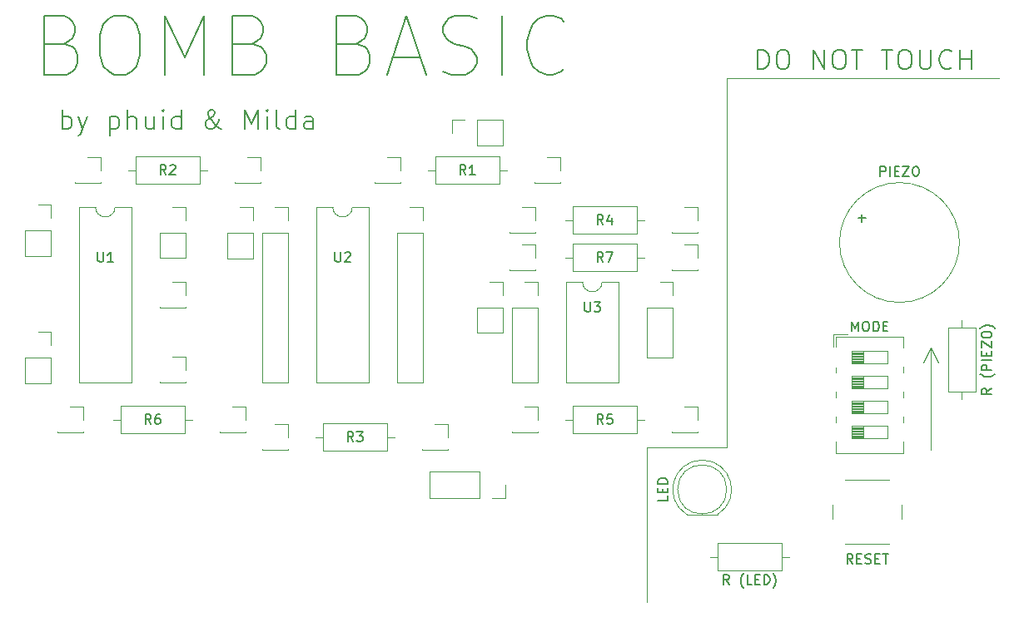
<source format=gbr>
%TF.GenerationSoftware,KiCad,Pcbnew,(6.0.5)*%
%TF.CreationDate,2022-06-20T20:36:39+02:00*%
%TF.ProjectId,bomba-robotabor,626f6d62-612d-4726-9f62-6f7461626f72,rev?*%
%TF.SameCoordinates,Original*%
%TF.FileFunction,Legend,Top*%
%TF.FilePolarity,Positive*%
%FSLAX46Y46*%
G04 Gerber Fmt 4.6, Leading zero omitted, Abs format (unit mm)*
G04 Created by KiCad (PCBNEW (6.0.5)) date 2022-06-20 20:36:39*
%MOMM*%
%LPD*%
G01*
G04 APERTURE LIST*
%ADD10C,0.120000*%
%ADD11C,0.150000*%
G04 APERTURE END LIST*
D10*
X186436000Y-42672000D02*
X186436000Y-80264000D01*
X178308000Y-80264000D02*
X178308000Y-96012000D01*
X207137000Y-70104000D02*
X206375000Y-71628000D01*
X186436000Y-80264000D02*
X178308000Y-80264000D01*
X207137000Y-80518000D02*
X207137000Y-70104000D01*
X207899000Y-71628000D02*
X207137000Y-70104000D01*
X214122000Y-42672000D02*
X186436000Y-42672000D01*
D11*
X189548857Y-41798761D02*
X189548857Y-39798761D01*
X190025047Y-39798761D01*
X190310761Y-39894000D01*
X190501238Y-40084476D01*
X190596476Y-40274952D01*
X190691714Y-40655904D01*
X190691714Y-40941619D01*
X190596476Y-41322571D01*
X190501238Y-41513047D01*
X190310761Y-41703523D01*
X190025047Y-41798761D01*
X189548857Y-41798761D01*
X191929809Y-39798761D02*
X192310761Y-39798761D01*
X192501238Y-39894000D01*
X192691714Y-40084476D01*
X192786952Y-40465428D01*
X192786952Y-41132095D01*
X192691714Y-41513047D01*
X192501238Y-41703523D01*
X192310761Y-41798761D01*
X191929809Y-41798761D01*
X191739333Y-41703523D01*
X191548857Y-41513047D01*
X191453619Y-41132095D01*
X191453619Y-40465428D01*
X191548857Y-40084476D01*
X191739333Y-39894000D01*
X191929809Y-39798761D01*
X195167904Y-41798761D02*
X195167904Y-39798761D01*
X196310761Y-41798761D01*
X196310761Y-39798761D01*
X197644095Y-39798761D02*
X198025047Y-39798761D01*
X198215523Y-39894000D01*
X198406000Y-40084476D01*
X198501238Y-40465428D01*
X198501238Y-41132095D01*
X198406000Y-41513047D01*
X198215523Y-41703523D01*
X198025047Y-41798761D01*
X197644095Y-41798761D01*
X197453619Y-41703523D01*
X197263142Y-41513047D01*
X197167904Y-41132095D01*
X197167904Y-40465428D01*
X197263142Y-40084476D01*
X197453619Y-39894000D01*
X197644095Y-39798761D01*
X199072666Y-39798761D02*
X200215523Y-39798761D01*
X199644095Y-41798761D02*
X199644095Y-39798761D01*
X202120285Y-39798761D02*
X203263142Y-39798761D01*
X202691714Y-41798761D02*
X202691714Y-39798761D01*
X204310761Y-39798761D02*
X204691714Y-39798761D01*
X204882190Y-39894000D01*
X205072666Y-40084476D01*
X205167904Y-40465428D01*
X205167904Y-41132095D01*
X205072666Y-41513047D01*
X204882190Y-41703523D01*
X204691714Y-41798761D01*
X204310761Y-41798761D01*
X204120285Y-41703523D01*
X203929809Y-41513047D01*
X203834571Y-41132095D01*
X203834571Y-40465428D01*
X203929809Y-40084476D01*
X204120285Y-39894000D01*
X204310761Y-39798761D01*
X206025047Y-39798761D02*
X206025047Y-41417809D01*
X206120285Y-41608285D01*
X206215523Y-41703523D01*
X206406000Y-41798761D01*
X206786952Y-41798761D01*
X206977428Y-41703523D01*
X207072666Y-41608285D01*
X207167904Y-41417809D01*
X207167904Y-39798761D01*
X209263142Y-41608285D02*
X209167904Y-41703523D01*
X208882190Y-41798761D01*
X208691714Y-41798761D01*
X208406000Y-41703523D01*
X208215523Y-41513047D01*
X208120285Y-41322571D01*
X208025047Y-40941619D01*
X208025047Y-40655904D01*
X208120285Y-40274952D01*
X208215523Y-40084476D01*
X208406000Y-39894000D01*
X208691714Y-39798761D01*
X208882190Y-39798761D01*
X209167904Y-39894000D01*
X209263142Y-39989238D01*
X210120285Y-41798761D02*
X210120285Y-39798761D01*
X210120285Y-40751142D02*
X211263142Y-40751142D01*
X211263142Y-41798761D02*
X211263142Y-39798761D01*
X118970285Y-39195428D02*
X119827428Y-39481142D01*
X120113142Y-39766857D01*
X120398857Y-40338285D01*
X120398857Y-41195428D01*
X120113142Y-41766857D01*
X119827428Y-42052571D01*
X119256000Y-42338285D01*
X116970285Y-42338285D01*
X116970285Y-36338285D01*
X118970285Y-36338285D01*
X119541714Y-36624000D01*
X119827428Y-36909714D01*
X120113142Y-37481142D01*
X120113142Y-38052571D01*
X119827428Y-38624000D01*
X119541714Y-38909714D01*
X118970285Y-39195428D01*
X116970285Y-39195428D01*
X124113142Y-36338285D02*
X125256000Y-36338285D01*
X125827428Y-36624000D01*
X126398857Y-37195428D01*
X126684571Y-38338285D01*
X126684571Y-40338285D01*
X126398857Y-41481142D01*
X125827428Y-42052571D01*
X125256000Y-42338285D01*
X124113142Y-42338285D01*
X123541714Y-42052571D01*
X122970285Y-41481142D01*
X122684571Y-40338285D01*
X122684571Y-38338285D01*
X122970285Y-37195428D01*
X123541714Y-36624000D01*
X124113142Y-36338285D01*
X129256000Y-42338285D02*
X129256000Y-36338285D01*
X131256000Y-40624000D01*
X133256000Y-36338285D01*
X133256000Y-42338285D01*
X138113142Y-39195428D02*
X138970285Y-39481142D01*
X139256000Y-39766857D01*
X139541714Y-40338285D01*
X139541714Y-41195428D01*
X139256000Y-41766857D01*
X138970285Y-42052571D01*
X138398857Y-42338285D01*
X136113142Y-42338285D01*
X136113142Y-36338285D01*
X138113142Y-36338285D01*
X138684571Y-36624000D01*
X138970285Y-36909714D01*
X139256000Y-37481142D01*
X139256000Y-38052571D01*
X138970285Y-38624000D01*
X138684571Y-38909714D01*
X138113142Y-39195428D01*
X136113142Y-39195428D01*
X148684571Y-39195428D02*
X149541714Y-39481142D01*
X149827428Y-39766857D01*
X150113142Y-40338285D01*
X150113142Y-41195428D01*
X149827428Y-41766857D01*
X149541714Y-42052571D01*
X148970285Y-42338285D01*
X146684571Y-42338285D01*
X146684571Y-36338285D01*
X148684571Y-36338285D01*
X149256000Y-36624000D01*
X149541714Y-36909714D01*
X149827428Y-37481142D01*
X149827428Y-38052571D01*
X149541714Y-38624000D01*
X149256000Y-38909714D01*
X148684571Y-39195428D01*
X146684571Y-39195428D01*
X152398857Y-40624000D02*
X155256000Y-40624000D01*
X151827428Y-42338285D02*
X153827428Y-36338285D01*
X155827428Y-42338285D01*
X157541714Y-42052571D02*
X158398857Y-42338285D01*
X159827428Y-42338285D01*
X160398857Y-42052571D01*
X160684571Y-41766857D01*
X160970285Y-41195428D01*
X160970285Y-40624000D01*
X160684571Y-40052571D01*
X160398857Y-39766857D01*
X159827428Y-39481142D01*
X158684571Y-39195428D01*
X158113142Y-38909714D01*
X157827428Y-38624000D01*
X157541714Y-38052571D01*
X157541714Y-37481142D01*
X157827428Y-36909714D01*
X158113142Y-36624000D01*
X158684571Y-36338285D01*
X160113142Y-36338285D01*
X160970285Y-36624000D01*
X163541714Y-42338285D02*
X163541714Y-36338285D01*
X169827428Y-41766857D02*
X169541714Y-42052571D01*
X168684571Y-42338285D01*
X168113142Y-42338285D01*
X167256000Y-42052571D01*
X166684571Y-41481142D01*
X166398857Y-40909714D01*
X166113142Y-39766857D01*
X166113142Y-38909714D01*
X166398857Y-37766857D01*
X166684571Y-37195428D01*
X167256000Y-36624000D01*
X168113142Y-36338285D01*
X168684571Y-36338285D01*
X169541714Y-36624000D01*
X169827428Y-36909714D01*
X118810095Y-47894761D02*
X118810095Y-45894761D01*
X118810095Y-46656666D02*
X119000571Y-46561428D01*
X119381523Y-46561428D01*
X119572000Y-46656666D01*
X119667238Y-46751904D01*
X119762476Y-46942380D01*
X119762476Y-47513809D01*
X119667238Y-47704285D01*
X119572000Y-47799523D01*
X119381523Y-47894761D01*
X119000571Y-47894761D01*
X118810095Y-47799523D01*
X120429142Y-46561428D02*
X120905333Y-47894761D01*
X121381523Y-46561428D02*
X120905333Y-47894761D01*
X120714857Y-48370952D01*
X120619619Y-48466190D01*
X120429142Y-48561428D01*
X123667238Y-46561428D02*
X123667238Y-48561428D01*
X123667238Y-46656666D02*
X123857714Y-46561428D01*
X124238666Y-46561428D01*
X124429142Y-46656666D01*
X124524380Y-46751904D01*
X124619619Y-46942380D01*
X124619619Y-47513809D01*
X124524380Y-47704285D01*
X124429142Y-47799523D01*
X124238666Y-47894761D01*
X123857714Y-47894761D01*
X123667238Y-47799523D01*
X125476761Y-47894761D02*
X125476761Y-45894761D01*
X126333904Y-47894761D02*
X126333904Y-46847142D01*
X126238666Y-46656666D01*
X126048190Y-46561428D01*
X125762476Y-46561428D01*
X125572000Y-46656666D01*
X125476761Y-46751904D01*
X128143428Y-46561428D02*
X128143428Y-47894761D01*
X127286285Y-46561428D02*
X127286285Y-47609047D01*
X127381523Y-47799523D01*
X127572000Y-47894761D01*
X127857714Y-47894761D01*
X128048190Y-47799523D01*
X128143428Y-47704285D01*
X129095809Y-47894761D02*
X129095809Y-46561428D01*
X129095809Y-45894761D02*
X129000571Y-45990000D01*
X129095809Y-46085238D01*
X129191047Y-45990000D01*
X129095809Y-45894761D01*
X129095809Y-46085238D01*
X130905333Y-47894761D02*
X130905333Y-45894761D01*
X130905333Y-47799523D02*
X130714857Y-47894761D01*
X130333904Y-47894761D01*
X130143428Y-47799523D01*
X130048190Y-47704285D01*
X129952952Y-47513809D01*
X129952952Y-46942380D01*
X130048190Y-46751904D01*
X130143428Y-46656666D01*
X130333904Y-46561428D01*
X130714857Y-46561428D01*
X130905333Y-46656666D01*
X135000571Y-47894761D02*
X134905333Y-47894761D01*
X134714857Y-47799523D01*
X134429142Y-47513809D01*
X133952952Y-46942380D01*
X133762476Y-46656666D01*
X133667238Y-46370952D01*
X133667238Y-46180476D01*
X133762476Y-45990000D01*
X133952952Y-45894761D01*
X134048190Y-45894761D01*
X134238666Y-45990000D01*
X134333904Y-46180476D01*
X134333904Y-46275714D01*
X134238666Y-46466190D01*
X134143428Y-46561428D01*
X133572000Y-46942380D01*
X133476761Y-47037619D01*
X133381523Y-47228095D01*
X133381523Y-47513809D01*
X133476761Y-47704285D01*
X133572000Y-47799523D01*
X133762476Y-47894761D01*
X134048190Y-47894761D01*
X134238666Y-47799523D01*
X134333904Y-47704285D01*
X134619619Y-47323333D01*
X134714857Y-47037619D01*
X134714857Y-46847142D01*
X137381523Y-47894761D02*
X137381523Y-45894761D01*
X138048190Y-47323333D01*
X138714857Y-45894761D01*
X138714857Y-47894761D01*
X139667238Y-47894761D02*
X139667238Y-46561428D01*
X139667238Y-45894761D02*
X139572000Y-45990000D01*
X139667238Y-46085238D01*
X139762476Y-45990000D01*
X139667238Y-45894761D01*
X139667238Y-46085238D01*
X140905333Y-47894761D02*
X140714857Y-47799523D01*
X140619619Y-47609047D01*
X140619619Y-45894761D01*
X142524380Y-47894761D02*
X142524380Y-45894761D01*
X142524380Y-47799523D02*
X142333904Y-47894761D01*
X141952952Y-47894761D01*
X141762476Y-47799523D01*
X141667238Y-47704285D01*
X141572000Y-47513809D01*
X141572000Y-46942380D01*
X141667238Y-46751904D01*
X141762476Y-46656666D01*
X141952952Y-46561428D01*
X142333904Y-46561428D01*
X142524380Y-46656666D01*
X144333904Y-47894761D02*
X144333904Y-46847142D01*
X144238666Y-46656666D01*
X144048190Y-46561428D01*
X143667238Y-46561428D01*
X143476761Y-46656666D01*
X144333904Y-47799523D02*
X144143428Y-47894761D01*
X143667238Y-47894761D01*
X143476761Y-47799523D01*
X143381523Y-47609047D01*
X143381523Y-47418571D01*
X143476761Y-47228095D01*
X143667238Y-47132857D01*
X144143428Y-47132857D01*
X144333904Y-47037619D01*
%TO.C,R1*%
X159853333Y-52522380D02*
X159520000Y-52046190D01*
X159281904Y-52522380D02*
X159281904Y-51522380D01*
X159662857Y-51522380D01*
X159758095Y-51570000D01*
X159805714Y-51617619D01*
X159853333Y-51712857D01*
X159853333Y-51855714D01*
X159805714Y-51950952D01*
X159758095Y-51998571D01*
X159662857Y-52046190D01*
X159281904Y-52046190D01*
X160805714Y-52522380D02*
X160234285Y-52522380D01*
X160520000Y-52522380D02*
X160520000Y-51522380D01*
X160424761Y-51665238D01*
X160329523Y-51760476D01*
X160234285Y-51808095D01*
%TO.C,R2*%
X129373333Y-52522380D02*
X129040000Y-52046190D01*
X128801904Y-52522380D02*
X128801904Y-51522380D01*
X129182857Y-51522380D01*
X129278095Y-51570000D01*
X129325714Y-51617619D01*
X129373333Y-51712857D01*
X129373333Y-51855714D01*
X129325714Y-51950952D01*
X129278095Y-51998571D01*
X129182857Y-52046190D01*
X128801904Y-52046190D01*
X129754285Y-51617619D02*
X129801904Y-51570000D01*
X129897142Y-51522380D01*
X130135238Y-51522380D01*
X130230476Y-51570000D01*
X130278095Y-51617619D01*
X130325714Y-51712857D01*
X130325714Y-51808095D01*
X130278095Y-51950952D01*
X129706666Y-52522380D01*
X130325714Y-52522380D01*
%TO.C,R3*%
X148423333Y-79700380D02*
X148090000Y-79224190D01*
X147851904Y-79700380D02*
X147851904Y-78700380D01*
X148232857Y-78700380D01*
X148328095Y-78748000D01*
X148375714Y-78795619D01*
X148423333Y-78890857D01*
X148423333Y-79033714D01*
X148375714Y-79128952D01*
X148328095Y-79176571D01*
X148232857Y-79224190D01*
X147851904Y-79224190D01*
X148756666Y-78700380D02*
X149375714Y-78700380D01*
X149042380Y-79081333D01*
X149185238Y-79081333D01*
X149280476Y-79128952D01*
X149328095Y-79176571D01*
X149375714Y-79271809D01*
X149375714Y-79509904D01*
X149328095Y-79605142D01*
X149280476Y-79652761D01*
X149185238Y-79700380D01*
X148899523Y-79700380D01*
X148804285Y-79652761D01*
X148756666Y-79605142D01*
%TO.C,R4*%
X173823333Y-57602380D02*
X173490000Y-57126190D01*
X173251904Y-57602380D02*
X173251904Y-56602380D01*
X173632857Y-56602380D01*
X173728095Y-56650000D01*
X173775714Y-56697619D01*
X173823333Y-56792857D01*
X173823333Y-56935714D01*
X173775714Y-57030952D01*
X173728095Y-57078571D01*
X173632857Y-57126190D01*
X173251904Y-57126190D01*
X174680476Y-56935714D02*
X174680476Y-57602380D01*
X174442380Y-56554761D02*
X174204285Y-57269047D01*
X174823333Y-57269047D01*
%TO.C,R5*%
X173823333Y-77922380D02*
X173490000Y-77446190D01*
X173251904Y-77922380D02*
X173251904Y-76922380D01*
X173632857Y-76922380D01*
X173728095Y-76970000D01*
X173775714Y-77017619D01*
X173823333Y-77112857D01*
X173823333Y-77255714D01*
X173775714Y-77350952D01*
X173728095Y-77398571D01*
X173632857Y-77446190D01*
X173251904Y-77446190D01*
X174728095Y-76922380D02*
X174251904Y-76922380D01*
X174204285Y-77398571D01*
X174251904Y-77350952D01*
X174347142Y-77303333D01*
X174585238Y-77303333D01*
X174680476Y-77350952D01*
X174728095Y-77398571D01*
X174775714Y-77493809D01*
X174775714Y-77731904D01*
X174728095Y-77827142D01*
X174680476Y-77874761D01*
X174585238Y-77922380D01*
X174347142Y-77922380D01*
X174251904Y-77874761D01*
X174204285Y-77827142D01*
%TO.C,R6*%
X127849333Y-77922380D02*
X127516000Y-77446190D01*
X127277904Y-77922380D02*
X127277904Y-76922380D01*
X127658857Y-76922380D01*
X127754095Y-76970000D01*
X127801714Y-77017619D01*
X127849333Y-77112857D01*
X127849333Y-77255714D01*
X127801714Y-77350952D01*
X127754095Y-77398571D01*
X127658857Y-77446190D01*
X127277904Y-77446190D01*
X128706476Y-76922380D02*
X128516000Y-76922380D01*
X128420761Y-76970000D01*
X128373142Y-77017619D01*
X128277904Y-77160476D01*
X128230285Y-77350952D01*
X128230285Y-77731904D01*
X128277904Y-77827142D01*
X128325523Y-77874761D01*
X128420761Y-77922380D01*
X128611238Y-77922380D01*
X128706476Y-77874761D01*
X128754095Y-77827142D01*
X128801714Y-77731904D01*
X128801714Y-77493809D01*
X128754095Y-77398571D01*
X128706476Y-77350952D01*
X128611238Y-77303333D01*
X128420761Y-77303333D01*
X128325523Y-77350952D01*
X128277904Y-77398571D01*
X128230285Y-77493809D01*
%TO.C,R7*%
X173823333Y-61412380D02*
X173490000Y-60936190D01*
X173251904Y-61412380D02*
X173251904Y-60412380D01*
X173632857Y-60412380D01*
X173728095Y-60460000D01*
X173775714Y-60507619D01*
X173823333Y-60602857D01*
X173823333Y-60745714D01*
X173775714Y-60840952D01*
X173728095Y-60888571D01*
X173632857Y-60936190D01*
X173251904Y-60936190D01*
X174156666Y-60412380D02*
X174823333Y-60412380D01*
X174394761Y-61412380D01*
%TO.C,U1*%
X122428095Y-60412380D02*
X122428095Y-61221904D01*
X122475714Y-61317142D01*
X122523333Y-61364761D01*
X122618571Y-61412380D01*
X122809047Y-61412380D01*
X122904285Y-61364761D01*
X122951904Y-61317142D01*
X122999523Y-61221904D01*
X122999523Y-60412380D01*
X123999523Y-61412380D02*
X123428095Y-61412380D01*
X123713809Y-61412380D02*
X123713809Y-60412380D01*
X123618571Y-60555238D01*
X123523333Y-60650476D01*
X123428095Y-60698095D01*
%TO.C,U2*%
X146558095Y-60412380D02*
X146558095Y-61221904D01*
X146605714Y-61317142D01*
X146653333Y-61364761D01*
X146748571Y-61412380D01*
X146939047Y-61412380D01*
X147034285Y-61364761D01*
X147081904Y-61317142D01*
X147129523Y-61221904D01*
X147129523Y-60412380D01*
X147558095Y-60507619D02*
X147605714Y-60460000D01*
X147700952Y-60412380D01*
X147939047Y-60412380D01*
X148034285Y-60460000D01*
X148081904Y-60507619D01*
X148129523Y-60602857D01*
X148129523Y-60698095D01*
X148081904Y-60840952D01*
X147510476Y-61412380D01*
X148129523Y-61412380D01*
%TO.C,U3*%
X171958095Y-65492380D02*
X171958095Y-66301904D01*
X172005714Y-66397142D01*
X172053333Y-66444761D01*
X172148571Y-66492380D01*
X172339047Y-66492380D01*
X172434285Y-66444761D01*
X172481904Y-66397142D01*
X172529523Y-66301904D01*
X172529523Y-65492380D01*
X172910476Y-65492380D02*
X173529523Y-65492380D01*
X173196190Y-65873333D01*
X173339047Y-65873333D01*
X173434285Y-65920952D01*
X173481904Y-65968571D01*
X173529523Y-66063809D01*
X173529523Y-66301904D01*
X173481904Y-66397142D01*
X173434285Y-66444761D01*
X173339047Y-66492380D01*
X173053333Y-66492380D01*
X172958095Y-66444761D01*
X172910476Y-66397142D01*
%TO.C, *%
%TO.C,RESET*%
X199207619Y-92146380D02*
X198874285Y-91670190D01*
X198636190Y-92146380D02*
X198636190Y-91146380D01*
X199017142Y-91146380D01*
X199112380Y-91194000D01*
X199160000Y-91241619D01*
X199207619Y-91336857D01*
X199207619Y-91479714D01*
X199160000Y-91574952D01*
X199112380Y-91622571D01*
X199017142Y-91670190D01*
X198636190Y-91670190D01*
X199636190Y-91622571D02*
X199969523Y-91622571D01*
X200112380Y-92146380D02*
X199636190Y-92146380D01*
X199636190Y-91146380D01*
X200112380Y-91146380D01*
X200493333Y-92098761D02*
X200636190Y-92146380D01*
X200874285Y-92146380D01*
X200969523Y-92098761D01*
X201017142Y-92051142D01*
X201064761Y-91955904D01*
X201064761Y-91860666D01*
X201017142Y-91765428D01*
X200969523Y-91717809D01*
X200874285Y-91670190D01*
X200683809Y-91622571D01*
X200588571Y-91574952D01*
X200540952Y-91527333D01*
X200493333Y-91432095D01*
X200493333Y-91336857D01*
X200540952Y-91241619D01*
X200588571Y-91194000D01*
X200683809Y-91146380D01*
X200921904Y-91146380D01*
X201064761Y-91194000D01*
X201493333Y-91622571D02*
X201826666Y-91622571D01*
X201969523Y-92146380D02*
X201493333Y-92146380D01*
X201493333Y-91146380D01*
X201969523Y-91146380D01*
X202255238Y-91146380D02*
X202826666Y-91146380D01*
X202540952Y-92146380D02*
X202540952Y-91146380D01*
%TO.C,R (PIEZO)*%
X213304380Y-74302571D02*
X212828190Y-74635904D01*
X213304380Y-74874000D02*
X212304380Y-74874000D01*
X212304380Y-74493047D01*
X212352000Y-74397809D01*
X212399619Y-74350190D01*
X212494857Y-74302571D01*
X212637714Y-74302571D01*
X212732952Y-74350190D01*
X212780571Y-74397809D01*
X212828190Y-74493047D01*
X212828190Y-74874000D01*
X213685333Y-72826380D02*
X213637714Y-72874000D01*
X213494857Y-72969238D01*
X213399619Y-73016857D01*
X213256761Y-73064476D01*
X213018666Y-73112095D01*
X212828190Y-73112095D01*
X212590095Y-73064476D01*
X212447238Y-73016857D01*
X212352000Y-72969238D01*
X212209142Y-72874000D01*
X212161523Y-72826380D01*
X213304380Y-72445428D02*
X212304380Y-72445428D01*
X212304380Y-72064476D01*
X212352000Y-71969238D01*
X212399619Y-71921619D01*
X212494857Y-71874000D01*
X212637714Y-71874000D01*
X212732952Y-71921619D01*
X212780571Y-71969238D01*
X212828190Y-72064476D01*
X212828190Y-72445428D01*
X213304380Y-71445428D02*
X212304380Y-71445428D01*
X212780571Y-70969238D02*
X212780571Y-70635904D01*
X213304380Y-70493047D02*
X213304380Y-70969238D01*
X212304380Y-70969238D01*
X212304380Y-70493047D01*
X212304380Y-70159714D02*
X212304380Y-69493047D01*
X213304380Y-70159714D01*
X213304380Y-69493047D01*
X212304380Y-68921619D02*
X212304380Y-68731142D01*
X212352000Y-68635904D01*
X212447238Y-68540666D01*
X212637714Y-68493047D01*
X212971047Y-68493047D01*
X213161523Y-68540666D01*
X213256761Y-68635904D01*
X213304380Y-68731142D01*
X213304380Y-68921619D01*
X213256761Y-69016857D01*
X213161523Y-69112095D01*
X212971047Y-69159714D01*
X212637714Y-69159714D01*
X212447238Y-69112095D01*
X212352000Y-69016857D01*
X212304380Y-68921619D01*
X213685333Y-68159714D02*
X213637714Y-68112095D01*
X213494857Y-68016857D01*
X213399619Y-67969238D01*
X213256761Y-67921619D01*
X213018666Y-67874000D01*
X212828190Y-67874000D01*
X212590095Y-67921619D01*
X212447238Y-67969238D01*
X212352000Y-68016857D01*
X212209142Y-68112095D01*
X212161523Y-68159714D01*
%TO.C,R (LED)*%
X186626761Y-94262380D02*
X186293428Y-93786190D01*
X186055333Y-94262380D02*
X186055333Y-93262380D01*
X186436285Y-93262380D01*
X186531523Y-93310000D01*
X186579142Y-93357619D01*
X186626761Y-93452857D01*
X186626761Y-93595714D01*
X186579142Y-93690952D01*
X186531523Y-93738571D01*
X186436285Y-93786190D01*
X186055333Y-93786190D01*
X188102952Y-94643333D02*
X188055333Y-94595714D01*
X187960095Y-94452857D01*
X187912476Y-94357619D01*
X187864857Y-94214761D01*
X187817238Y-93976666D01*
X187817238Y-93786190D01*
X187864857Y-93548095D01*
X187912476Y-93405238D01*
X187960095Y-93310000D01*
X188055333Y-93167142D01*
X188102952Y-93119523D01*
X188960095Y-94262380D02*
X188483904Y-94262380D01*
X188483904Y-93262380D01*
X189293428Y-93738571D02*
X189626761Y-93738571D01*
X189769619Y-94262380D02*
X189293428Y-94262380D01*
X189293428Y-93262380D01*
X189769619Y-93262380D01*
X190198190Y-94262380D02*
X190198190Y-93262380D01*
X190436285Y-93262380D01*
X190579142Y-93310000D01*
X190674380Y-93405238D01*
X190722000Y-93500476D01*
X190769619Y-93690952D01*
X190769619Y-93833809D01*
X190722000Y-94024285D01*
X190674380Y-94119523D01*
X190579142Y-94214761D01*
X190436285Y-94262380D01*
X190198190Y-94262380D01*
X191102952Y-94643333D02*
X191150571Y-94595714D01*
X191245809Y-94452857D01*
X191293428Y-94357619D01*
X191341047Y-94214761D01*
X191388666Y-93976666D01*
X191388666Y-93786190D01*
X191341047Y-93548095D01*
X191293428Y-93405238D01*
X191245809Y-93310000D01*
X191150571Y-93167142D01*
X191102952Y-93119523D01*
%TO.C, *%
%TO.C,LED*%
X180388380Y-85224857D02*
X180388380Y-85701047D01*
X179388380Y-85701047D01*
X179864571Y-84891523D02*
X179864571Y-84558190D01*
X180388380Y-84415333D02*
X180388380Y-84891523D01*
X179388380Y-84891523D01*
X179388380Y-84415333D01*
X180388380Y-83986761D02*
X179388380Y-83986761D01*
X179388380Y-83748666D01*
X179436000Y-83605809D01*
X179531238Y-83510571D01*
X179626476Y-83462952D01*
X179816952Y-83415333D01*
X179959809Y-83415333D01*
X180150285Y-83462952D01*
X180245523Y-83510571D01*
X180340761Y-83605809D01*
X180388380Y-83748666D01*
X180388380Y-83986761D01*
%TO.C, *%
%TO.C,PIEZO*%
X202009619Y-52688380D02*
X202009619Y-51688380D01*
X202390571Y-51688380D01*
X202485809Y-51736000D01*
X202533428Y-51783619D01*
X202581047Y-51878857D01*
X202581047Y-52021714D01*
X202533428Y-52116952D01*
X202485809Y-52164571D01*
X202390571Y-52212190D01*
X202009619Y-52212190D01*
X203009619Y-52688380D02*
X203009619Y-51688380D01*
X203485809Y-52164571D02*
X203819142Y-52164571D01*
X203962000Y-52688380D02*
X203485809Y-52688380D01*
X203485809Y-51688380D01*
X203962000Y-51688380D01*
X204295333Y-51688380D02*
X204962000Y-51688380D01*
X204295333Y-52688380D01*
X204962000Y-52688380D01*
X205533428Y-51688380D02*
X205723904Y-51688380D01*
X205819142Y-51736000D01*
X205914380Y-51831238D01*
X205962000Y-52021714D01*
X205962000Y-52355047D01*
X205914380Y-52545523D01*
X205819142Y-52640761D01*
X205723904Y-52688380D01*
X205533428Y-52688380D01*
X205438190Y-52640761D01*
X205342952Y-52545523D01*
X205295333Y-52355047D01*
X205295333Y-52021714D01*
X205342952Y-51831238D01*
X205438190Y-51736000D01*
X205533428Y-51688380D01*
X199771047Y-56967428D02*
X200532952Y-56967428D01*
X200152000Y-57348380D02*
X200152000Y-56586476D01*
%TO.C, *%
%TO.C,MODE*%
X199114476Y-68472380D02*
X199114476Y-67472380D01*
X199447809Y-68186666D01*
X199781142Y-67472380D01*
X199781142Y-68472380D01*
X200447809Y-67472380D02*
X200638285Y-67472380D01*
X200733523Y-67520000D01*
X200828761Y-67615238D01*
X200876380Y-67805714D01*
X200876380Y-68139047D01*
X200828761Y-68329523D01*
X200733523Y-68424761D01*
X200638285Y-68472380D01*
X200447809Y-68472380D01*
X200352571Y-68424761D01*
X200257333Y-68329523D01*
X200209714Y-68139047D01*
X200209714Y-67805714D01*
X200257333Y-67615238D01*
X200352571Y-67520000D01*
X200447809Y-67472380D01*
X201304952Y-68472380D02*
X201304952Y-67472380D01*
X201543047Y-67472380D01*
X201685904Y-67520000D01*
X201781142Y-67615238D01*
X201828761Y-67710476D01*
X201876380Y-67900952D01*
X201876380Y-68043809D01*
X201828761Y-68234285D01*
X201781142Y-68329523D01*
X201685904Y-68424761D01*
X201543047Y-68472380D01*
X201304952Y-68472380D01*
X202304952Y-67948571D02*
X202638285Y-67948571D01*
X202781142Y-68472380D02*
X202304952Y-68472380D01*
X202304952Y-67472380D01*
X202781142Y-67472380D01*
%TO.C, *%
D10*
%TO.C,R1*%
X164060000Y-52070000D02*
X163290000Y-52070000D01*
X163290000Y-53440000D02*
X163290000Y-50700000D01*
X156750000Y-50700000D02*
X156750000Y-53440000D01*
X163290000Y-50700000D02*
X156750000Y-50700000D01*
X155980000Y-52070000D02*
X156750000Y-52070000D01*
X156750000Y-53440000D02*
X163290000Y-53440000D01*
%TO.C,R2*%
X132810000Y-50700000D02*
X126270000Y-50700000D01*
X125500000Y-52070000D02*
X126270000Y-52070000D01*
X132810000Y-53440000D02*
X132810000Y-50700000D01*
X133580000Y-52070000D02*
X132810000Y-52070000D01*
X126270000Y-53440000D02*
X132810000Y-53440000D01*
X126270000Y-50700000D02*
X126270000Y-53440000D01*
%TO.C,R3*%
X144550000Y-79248000D02*
X145320000Y-79248000D01*
X151860000Y-80618000D02*
X151860000Y-77878000D01*
X152630000Y-79248000D02*
X151860000Y-79248000D01*
X145320000Y-80618000D02*
X151860000Y-80618000D01*
X151860000Y-77878000D02*
X145320000Y-77878000D01*
X145320000Y-77878000D02*
X145320000Y-80618000D01*
%TO.C,R4*%
X178030000Y-57150000D02*
X177260000Y-57150000D01*
X169950000Y-57150000D02*
X170720000Y-57150000D01*
X170720000Y-58520000D02*
X177260000Y-58520000D01*
X177260000Y-55780000D02*
X170720000Y-55780000D01*
X177260000Y-58520000D02*
X177260000Y-55780000D01*
X170720000Y-55780000D02*
X170720000Y-58520000D01*
%TO.C,R5*%
X177260000Y-76100000D02*
X170720000Y-76100000D01*
X170720000Y-78840000D02*
X177260000Y-78840000D01*
X170720000Y-76100000D02*
X170720000Y-78840000D01*
X177260000Y-78840000D02*
X177260000Y-76100000D01*
X178030000Y-77470000D02*
X177260000Y-77470000D01*
X169950000Y-77470000D02*
X170720000Y-77470000D01*
%TO.C,R6*%
X132056000Y-77470000D02*
X131286000Y-77470000D01*
X124746000Y-76100000D02*
X124746000Y-78840000D01*
X123976000Y-77470000D02*
X124746000Y-77470000D01*
X124746000Y-78840000D02*
X131286000Y-78840000D01*
X131286000Y-76100000D02*
X124746000Y-76100000D01*
X131286000Y-78840000D02*
X131286000Y-76100000D01*
%TO.C,R7*%
X178030000Y-60960000D02*
X177260000Y-60960000D01*
X169950000Y-60960000D02*
X170720000Y-60960000D01*
X177260000Y-62330000D02*
X177260000Y-59590000D01*
X177260000Y-59590000D02*
X170720000Y-59590000D01*
X170720000Y-59590000D02*
X170720000Y-62330000D01*
X170720000Y-62330000D02*
X177260000Y-62330000D01*
%TO.C,U1*%
X120540000Y-55820000D02*
X120540000Y-73720000D01*
X120540000Y-73720000D02*
X125840000Y-73720000D01*
X122190000Y-55820000D02*
X120540000Y-55820000D01*
X125840000Y-55820000D02*
X124190000Y-55820000D01*
X125840000Y-73720000D02*
X125840000Y-55820000D01*
X122190000Y-55820000D02*
G75*
G03*
X124190000Y-55820000I1000000J0D01*
G01*
%TO.C,U2*%
X146320000Y-55820000D02*
X144670000Y-55820000D01*
X149970000Y-55820000D02*
X148320000Y-55820000D01*
X149970000Y-73720000D02*
X149970000Y-55820000D01*
X144670000Y-55820000D02*
X144670000Y-73720000D01*
X144670000Y-73720000D02*
X149970000Y-73720000D01*
X146320000Y-55820000D02*
G75*
G03*
X148320000Y-55820000I1000000J0D01*
G01*
%TO.C,U3*%
X175370000Y-63440000D02*
X173720000Y-63440000D01*
X170070000Y-63440000D02*
X170070000Y-73720000D01*
X175370000Y-73720000D02*
X175370000Y-63440000D01*
X170070000Y-73720000D02*
X175370000Y-73720000D01*
X171720000Y-63440000D02*
X170070000Y-63440000D01*
X171720000Y-63440000D02*
G75*
G03*
X173720000Y-63440000I1000000J0D01*
G01*
%TO.C, *%
X141792000Y-58420000D02*
X141792000Y-73720000D01*
X141792000Y-55820000D02*
X141792000Y-57150000D01*
X139132000Y-58420000D02*
X141792000Y-58420000D01*
X140462000Y-55820000D02*
X141792000Y-55820000D01*
X139132000Y-58420000D02*
X139132000Y-73720000D01*
X139132000Y-73720000D02*
X141792000Y-73720000D01*
X152848000Y-73720000D02*
X155508000Y-73720000D01*
X155508000Y-55820000D02*
X155508000Y-57150000D01*
X155508000Y-58420000D02*
X155508000Y-73720000D01*
X152848000Y-58420000D02*
X152848000Y-73720000D01*
X154178000Y-55820000D02*
X155508000Y-55820000D01*
X152848000Y-58420000D02*
X155508000Y-58420000D01*
X167192000Y-66040000D02*
X167192000Y-73720000D01*
X164532000Y-66040000D02*
X167192000Y-66040000D01*
X164532000Y-66040000D02*
X164532000Y-73720000D01*
X164532000Y-73720000D02*
X167192000Y-73720000D01*
X167192000Y-63440000D02*
X167192000Y-64770000D01*
X165862000Y-63440000D02*
X167192000Y-63440000D01*
X182118000Y-76140000D02*
X183448000Y-76140000D01*
X183448000Y-78680000D02*
X183448000Y-78800000D01*
X180788000Y-78680000D02*
X180788000Y-78800000D01*
X180788000Y-78800000D02*
X183448000Y-78800000D01*
X183448000Y-76140000D02*
X183448000Y-77470000D01*
%TO.C,REF\u002A\u002A*%
X178273000Y-66040000D02*
X178273000Y-71180000D01*
X180933000Y-63440000D02*
X180933000Y-64770000D01*
X178273000Y-71180000D02*
X180933000Y-71180000D01*
X178273000Y-66040000D02*
X180933000Y-66040000D01*
X180933000Y-66040000D02*
X180933000Y-71180000D01*
X179603000Y-63440000D02*
X180933000Y-63440000D01*
%TO.C,RESET*%
X204160000Y-87618000D02*
X204160000Y-86118000D01*
X202910000Y-83618000D02*
X198410000Y-83618000D01*
X198410000Y-90118000D02*
X202910000Y-90118000D01*
X197160000Y-86118000D02*
X197160000Y-87618000D01*
%TO.C,R (PIEZO)*%
X208942000Y-68104000D02*
X208942000Y-74644000D01*
X211682000Y-68104000D02*
X208942000Y-68104000D01*
X210312000Y-67334000D02*
X210312000Y-68104000D01*
X208942000Y-74644000D02*
X211682000Y-74644000D01*
X210312000Y-75414000D02*
X210312000Y-74644000D01*
X211682000Y-74644000D02*
X211682000Y-68104000D01*
%TO.C,R (LED)*%
X191992000Y-92810000D02*
X191992000Y-90070000D01*
X191992000Y-90070000D02*
X185452000Y-90070000D01*
X185452000Y-90070000D02*
X185452000Y-92810000D01*
X184682000Y-91440000D02*
X185452000Y-91440000D01*
X185452000Y-92810000D02*
X191992000Y-92810000D01*
X192762000Y-91440000D02*
X191992000Y-91440000D01*
%TO.C, *%
X164278000Y-58480000D02*
X166938000Y-58480000D01*
X164278000Y-58360000D02*
X164278000Y-58480000D01*
X165608000Y-55820000D02*
X166938000Y-55820000D01*
X166938000Y-58360000D02*
X166938000Y-58480000D01*
X166938000Y-55820000D02*
X166938000Y-57150000D01*
X150562000Y-53280000D02*
X150562000Y-53400000D01*
X150562000Y-53400000D02*
X153222000Y-53400000D01*
X151892000Y-50740000D02*
X153222000Y-50740000D01*
X153222000Y-53280000D02*
X153222000Y-53400000D01*
X153222000Y-50740000D02*
X153222000Y-52070000D01*
X160976000Y-66040000D02*
X160976000Y-68640000D01*
X163636000Y-66040000D02*
X163636000Y-68640000D01*
X160976000Y-68640000D02*
X163636000Y-68640000D01*
X160976000Y-66040000D02*
X163636000Y-66040000D01*
X162306000Y-63440000D02*
X163636000Y-63440000D01*
X163636000Y-63440000D02*
X163636000Y-64770000D01*
X165862000Y-76140000D02*
X167192000Y-76140000D01*
X164532000Y-78680000D02*
X164532000Y-78800000D01*
X164532000Y-78800000D02*
X167192000Y-78800000D01*
X167192000Y-78680000D02*
X167192000Y-78800000D01*
X167192000Y-76140000D02*
X167192000Y-77470000D01*
X166938000Y-59630000D02*
X166938000Y-60960000D01*
X164278000Y-62170000D02*
X164278000Y-62290000D01*
X165608000Y-59630000D02*
X166938000Y-59630000D01*
X166938000Y-62170000D02*
X166938000Y-62290000D01*
X164278000Y-62290000D02*
X166938000Y-62290000D01*
%TO.C,LED*%
X182351000Y-87142000D02*
X185441000Y-87142000D01*
X183896462Y-81592000D02*
G75*
G03*
X182351170Y-87142000I-462J-2990000D01*
G01*
X185440830Y-87142000D02*
G75*
G03*
X183895538Y-81592000I-1544830J2560000D01*
G01*
X186396000Y-84582000D02*
G75*
G03*
X186396000Y-84582000I-2500000J0D01*
G01*
%TO.C, *%
X137474000Y-76140000D02*
X137474000Y-77470000D01*
X134814000Y-78680000D02*
X134814000Y-78800000D01*
X137474000Y-78680000D02*
X137474000Y-78800000D01*
X134814000Y-78800000D02*
X137474000Y-78800000D01*
X136144000Y-76140000D02*
X137474000Y-76140000D01*
%TO.C,PIEZO*%
X210062000Y-59436000D02*
G75*
G03*
X210062000Y-59436000I-6100000J0D01*
G01*
%TO.C, *%
X163636000Y-49590000D02*
X163636000Y-46930000D01*
X161036000Y-49590000D02*
X161036000Y-46930000D01*
X158436000Y-48260000D02*
X158436000Y-46930000D01*
X161036000Y-49590000D02*
X163636000Y-49590000D01*
X161036000Y-46930000D02*
X163636000Y-46930000D01*
X158436000Y-46930000D02*
X159766000Y-46930000D01*
X180788000Y-58360000D02*
X180788000Y-58480000D01*
X180788000Y-58480000D02*
X183448000Y-58480000D01*
X182118000Y-55820000D02*
X183448000Y-55820000D01*
X183448000Y-55820000D02*
X183448000Y-57150000D01*
X183448000Y-58360000D02*
X183448000Y-58480000D01*
X130048000Y-63440000D02*
X131378000Y-63440000D01*
X128718000Y-65980000D02*
X128718000Y-66100000D01*
X131378000Y-63440000D02*
X131378000Y-64770000D01*
X131378000Y-65980000D02*
X131378000Y-66100000D01*
X128718000Y-66100000D02*
X131378000Y-66100000D01*
%TO.C,MODE*%
X200320667Y-73035000D02*
X200320667Y-74305000D01*
X199114000Y-70495000D02*
X199114000Y-71765000D01*
X199114000Y-71215000D02*
X200320667Y-71215000D01*
X197514000Y-72170000D02*
X197514000Y-72681000D01*
X199114000Y-78115000D02*
X199114000Y-79385000D01*
X199114000Y-73395000D02*
X200320667Y-73395000D01*
X202734000Y-71765000D02*
X202734000Y-70495000D01*
X199114000Y-76175000D02*
X200320667Y-76175000D01*
X199114000Y-76535000D02*
X200320667Y-76535000D01*
X199114000Y-78595000D02*
X200320667Y-78595000D01*
X199114000Y-75695000D02*
X200320667Y-75695000D01*
X199114000Y-79315000D02*
X200320667Y-79315000D01*
X199114000Y-71695000D02*
X200320667Y-71695000D01*
X204335000Y-69020000D02*
X204335000Y-70140000D01*
X200320667Y-70495000D02*
X200320667Y-71765000D01*
X199114000Y-78355000D02*
X200320667Y-78355000D01*
X197514000Y-74660000D02*
X197514000Y-75221000D01*
X199114000Y-74305000D02*
X202734000Y-74305000D01*
X204335000Y-74660000D02*
X204335000Y-75221000D01*
X204335000Y-77200000D02*
X204335000Y-77761000D01*
X199114000Y-76845000D02*
X202734000Y-76845000D01*
X199114000Y-76655000D02*
X200320667Y-76655000D01*
X199114000Y-79075000D02*
X200320667Y-79075000D01*
X199114000Y-74115000D02*
X200320667Y-74115000D01*
X199114000Y-71095000D02*
X200320667Y-71095000D01*
X199114000Y-78235000D02*
X200320667Y-78235000D01*
X199114000Y-71765000D02*
X202734000Y-71765000D01*
X199114000Y-78475000D02*
X200320667Y-78475000D01*
X202734000Y-70495000D02*
X199114000Y-70495000D01*
X202734000Y-78115000D02*
X199114000Y-78115000D01*
X199114000Y-78715000D02*
X200320667Y-78715000D01*
X199114000Y-75935000D02*
X200320667Y-75935000D01*
X200320667Y-75575000D02*
X200320667Y-76845000D01*
X199114000Y-71455000D02*
X200320667Y-71455000D01*
X199114000Y-75815000D02*
X200320667Y-75815000D01*
X200320667Y-78115000D02*
X200320667Y-79385000D01*
X199114000Y-79195000D02*
X200320667Y-79195000D01*
X199114000Y-73275000D02*
X200320667Y-73275000D01*
X199114000Y-70615000D02*
X200320667Y-70615000D01*
X199114000Y-70975000D02*
X200320667Y-70975000D01*
X202734000Y-74305000D02*
X202734000Y-73035000D01*
X197514000Y-79740000D02*
X197514000Y-80860000D01*
X199114000Y-76775000D02*
X200320667Y-76775000D01*
X197514000Y-80860000D02*
X204335000Y-80860000D01*
X199114000Y-71575000D02*
X200320667Y-71575000D01*
X199114000Y-78955000D02*
X200320667Y-78955000D01*
X199114000Y-70855000D02*
X200320667Y-70855000D01*
X199114000Y-73635000D02*
X200320667Y-73635000D01*
X202734000Y-76845000D02*
X202734000Y-75575000D01*
X197514000Y-69020000D02*
X204335000Y-69020000D01*
X199114000Y-73155000D02*
X200320667Y-73155000D01*
X199114000Y-73515000D02*
X200320667Y-73515000D01*
X199114000Y-75575000D02*
X199114000Y-76845000D01*
X202734000Y-73035000D02*
X199114000Y-73035000D01*
X199114000Y-73995000D02*
X200320667Y-73995000D01*
X199114000Y-78835000D02*
X200320667Y-78835000D01*
X199114000Y-73035000D02*
X199114000Y-74305000D01*
X197274000Y-68780000D02*
X198657000Y-68780000D01*
X199114000Y-76295000D02*
X200320667Y-76295000D01*
X199114000Y-76415000D02*
X200320667Y-76415000D01*
X204335000Y-79740000D02*
X204335000Y-80860000D01*
X199114000Y-70735000D02*
X200320667Y-70735000D01*
X199114000Y-79385000D02*
X202734000Y-79385000D01*
X199114000Y-74235000D02*
X200320667Y-74235000D01*
X199114000Y-73875000D02*
X200320667Y-73875000D01*
X202734000Y-75575000D02*
X199114000Y-75575000D01*
X202734000Y-79385000D02*
X202734000Y-78115000D01*
X199114000Y-71335000D02*
X200320667Y-71335000D01*
X199114000Y-76055000D02*
X200320667Y-76055000D01*
X197274000Y-68780000D02*
X197274000Y-70090000D01*
X199114000Y-73755000D02*
X200320667Y-73755000D01*
X204335000Y-72120000D02*
X204335000Y-72681000D01*
X197514000Y-69020000D02*
X197514000Y-70090000D01*
X197514000Y-77200000D02*
X197514000Y-77761000D01*
%TO.C, *%
X120082000Y-53400000D02*
X122742000Y-53400000D01*
X122742000Y-53280000D02*
X122742000Y-53400000D01*
X121412000Y-50740000D02*
X122742000Y-50740000D01*
X120082000Y-53280000D02*
X120082000Y-53400000D01*
X122742000Y-50740000D02*
X122742000Y-52070000D01*
X161290000Y-82769000D02*
X156150000Y-82769000D01*
X163890000Y-85429000D02*
X162560000Y-85429000D01*
X156150000Y-82769000D02*
X156150000Y-85429000D01*
X161290000Y-82769000D02*
X161290000Y-85429000D01*
X163890000Y-84099000D02*
X163890000Y-85429000D01*
X161290000Y-85429000D02*
X156150000Y-85429000D01*
X183448000Y-59630000D02*
X183448000Y-60960000D01*
X180788000Y-62290000D02*
X183448000Y-62290000D01*
X180788000Y-62170000D02*
X180788000Y-62290000D01*
X183448000Y-62170000D02*
X183448000Y-62290000D01*
X182118000Y-59630000D02*
X183448000Y-59630000D01*
X118304000Y-78680000D02*
X118304000Y-78800000D01*
X119634000Y-76140000D02*
X120964000Y-76140000D01*
X120964000Y-78680000D02*
X120964000Y-78800000D01*
X120964000Y-76140000D02*
X120964000Y-77470000D01*
X118304000Y-78800000D02*
X120964000Y-78800000D01*
X128718000Y-73600000D02*
X128718000Y-73720000D01*
X128718000Y-73720000D02*
X131378000Y-73720000D01*
X130048000Y-71060000D02*
X131378000Y-71060000D01*
X131378000Y-73600000D02*
X131378000Y-73720000D01*
X131378000Y-71060000D02*
X131378000Y-72390000D01*
X128718000Y-61020000D02*
X131378000Y-61020000D01*
X128718000Y-58420000D02*
X128718000Y-61020000D01*
X131378000Y-58420000D02*
X131378000Y-61020000D01*
X128718000Y-58420000D02*
X131378000Y-58420000D01*
X131378000Y-55820000D02*
X131378000Y-57150000D01*
X130048000Y-55820000D02*
X131378000Y-55820000D01*
X117687000Y-58186000D02*
X117687000Y-60786000D01*
X115027000Y-58186000D02*
X117687000Y-58186000D01*
X117687000Y-55586000D02*
X117687000Y-56916000D01*
X115027000Y-60786000D02*
X117687000Y-60786000D01*
X116357000Y-55586000D02*
X117687000Y-55586000D01*
X115027000Y-58186000D02*
X115027000Y-60786000D01*
X166818000Y-53400000D02*
X169478000Y-53400000D01*
X169478000Y-53280000D02*
X169478000Y-53400000D01*
X169478000Y-50740000D02*
X169478000Y-52070000D01*
X166818000Y-53280000D02*
X166818000Y-53400000D01*
X168148000Y-50740000D02*
X169478000Y-50740000D01*
X137668000Y-50740000D02*
X138998000Y-50740000D01*
X136338000Y-53280000D02*
X136338000Y-53400000D01*
X138998000Y-50740000D02*
X138998000Y-52070000D01*
X136338000Y-53400000D02*
X138998000Y-53400000D01*
X138998000Y-53280000D02*
X138998000Y-53400000D01*
X139132000Y-80578000D02*
X141792000Y-80578000D01*
X141792000Y-80458000D02*
X141792000Y-80578000D01*
X140462000Y-77918000D02*
X141792000Y-77918000D01*
X139132000Y-80458000D02*
X139132000Y-80578000D01*
X141792000Y-77918000D02*
X141792000Y-79248000D01*
X136906000Y-55840000D02*
X138236000Y-55840000D01*
X135576000Y-61040000D02*
X138236000Y-61040000D01*
X138236000Y-58440000D02*
X138236000Y-61040000D01*
X135576000Y-58440000D02*
X138236000Y-58440000D01*
X135576000Y-58440000D02*
X135576000Y-61040000D01*
X138236000Y-55840000D02*
X138236000Y-57170000D01*
X116357000Y-68540000D02*
X117687000Y-68540000D01*
X117687000Y-68540000D02*
X117687000Y-69870000D01*
X117687000Y-71140000D02*
X117687000Y-73740000D01*
X115027000Y-71140000D02*
X117687000Y-71140000D01*
X115027000Y-71140000D02*
X115027000Y-73740000D01*
X115027000Y-73740000D02*
X117687000Y-73740000D01*
X158048000Y-77918000D02*
X158048000Y-79248000D01*
X156718000Y-77918000D02*
X158048000Y-77918000D01*
X155388000Y-80578000D02*
X158048000Y-80578000D01*
X155388000Y-80458000D02*
X155388000Y-80578000D01*
X158048000Y-80458000D02*
X158048000Y-80578000D01*
%TD*%
M02*

</source>
